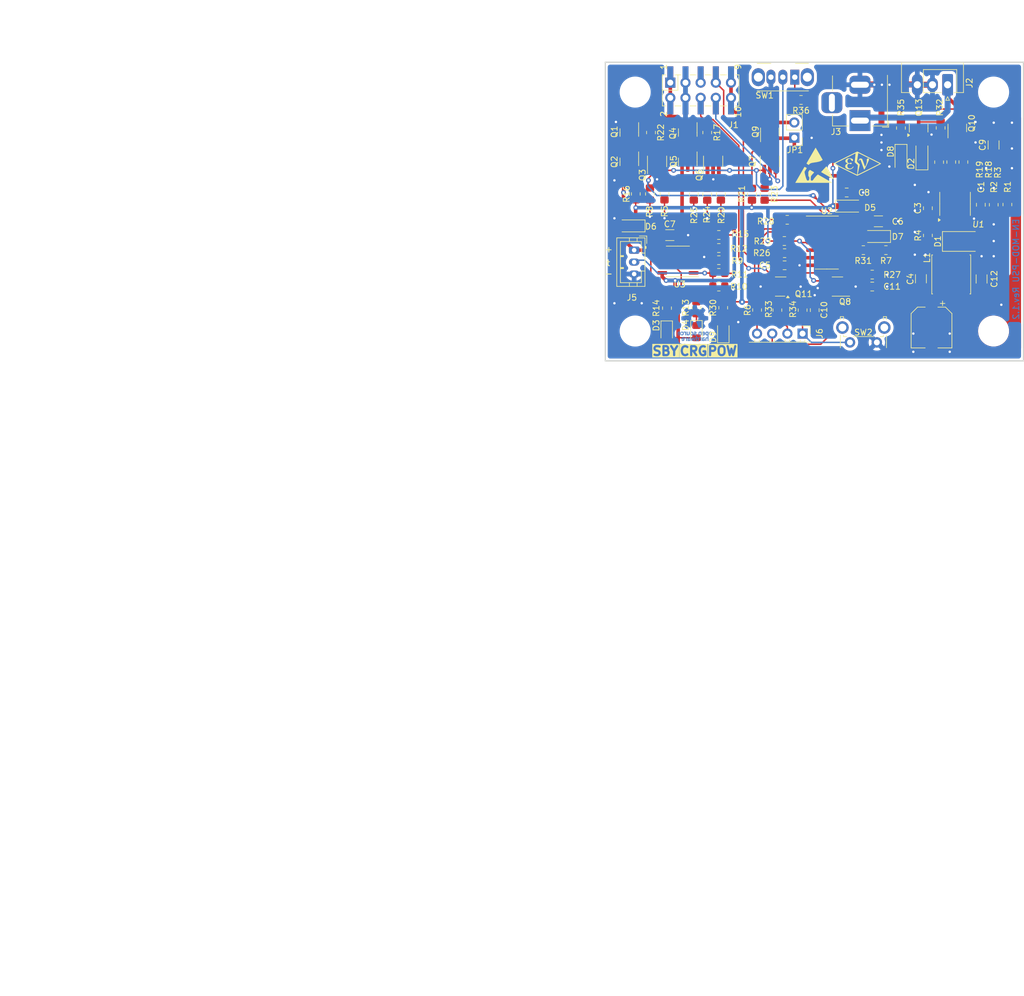
<source format=kicad_pcb>
(kicad_pcb (version 20240108) (generator "pcbnew") (generator_version "8.0")
  (title_block (title "Fabrication File") (date "2024-02-27") (rev "1.0"))
  (layers (0 "F.Cu" signal) (31 "B.Cu" signal) (34 "B.Paste" user) (35 "F.Paste" user) (36 "B.SilkS" user "B.Silkscreen") (37 "F.SilkS" user "F.Silkscreen") (38 "B.Mask" user) (39 "F.Mask" user) (44 "Edge.Cuts" user))
  (net 0 "")
  (net 1 "Net-(D7-K)")
  (net 2 "/LEDC")
  (net 3 "/VPOW")
  (net 4 "GND")
  (net 5 "/comp")
  (net 6 "Net-(U1-DRV)")
  (net 7 "Net-(U1-CAP)")
  (net 8 "Net-(C3-Pad1)")
  (net 9 "Net-(D1-K)")
  (net 10 "Net-(Q4-G)")
  (net 11 "/5Vout")
  (net 12 "Net-(Q4-D)")
  (net 13 "/$PDOWN")
  (net 14 "Net-(D2-A)")
  (net 15 "Net-(D7-A)")
  (net 16 "Net-(Q1-G)")
  (net 17 "Net-(D3-K)")
  (net 18 "Net-(D4-K)")
  (net 19 "/T_BATT")
  (net 20 "Net-(U3-PROG)")
  (net 21 "/V_BATT")
  (net 22 "Net-(U3-CHRG)")
  (net 23 "Net-(U3-STDBY)")
  (net 24 "/INT0#")
  (net 25 "/VOUT")
  (net 26 "/$BUTTON")
  (net 27 "/DRIVE")
  (net 28 "Net-(Q1-D)")
  (net 29 "Net-(D9-A)")
  (net 30 "/5V#")
  (net 31 "/VLOGIC")
  (net 32 "/RESET")
  (net 33 "Net-(Q3A-S)")
  (net 34 "/VPOW_EN")
  (net 35 "Net-(Q3A-D)")
  (net 36 "/DRIVE#")
  (net 37 "/SET")
  (net 38 "Net-(R23-Pad2)")
  (net 39 "Net-(Q6A-G)")
  (net 40 "/N1")
  (net 41 "Net-(U3-VCC)")
  (net 42 "/VIN")
  (net 44 "Net-(Q6A-S)")
  (net 45 "Net-(Q6A-D)")
  (net 46 "Net-(Q7A-S)")
  (net 47 "Net-(Q7A-D)")
  (net 48 "/POWUP")
  (net 49 "Net-(J6-Pin_2)")
  (net 50 "Net-(J6-Pin_4)")
  (net 51 "Net-(Q13-C)")
  (net 52 "Net-(R12-Pad2)")
  (net 53 "/INT0#_2")
  (net 54 "/INT0#_1")
  (net 55 "/VINS")
  (net 56 "Net-(SW1-A)")
  (net 57 "Net-(D8-K)")
  (net 58 "Net-(Q8A-G)")
  (footprint "LED_SMD:LED_0805_2012Metric_Pad1.15x1.40mm_HandSolder" (layer "F.Cu") (at 141.05725 81.7 -90)
    (property "Reference" "D4")
    (property "Value" "LED_Filled" (hide yes))
  )
  (footprint "Resistor_SMD:R_0805_2012Metric_Pad1.20x1.40mm_HandSolder" (layer "F.Cu") (at 158.566 42.912)
    (property "Reference" "R36")
    (property "Value" "1k" (hide yes))
  )
  (footprint "Resistor_SMD:R_0805_2012Metric_Pad1.20x1.40mm_HandSolder" (layer "F.Cu") (at 145.148 58.684 90)
    (property "Reference" "R20")
    (property "Value" "10k" (hide yes))
  )
  (footprint "Capacitor_SMD:CP_Elec_6.3x7.7" (layer "F.Cu") (at 180.41 81.012 -90)
    (property "Reference" "C2" (hide yes))
    (property "Value" "470uF" (hide yes))
  )
  (footprint "Resistor_SMD:R_0805_2012Metric_Pad1.20x1.40mm_HandSolder" (layer "F.Cu") (at 175.288 47.616 -90)
    (property "Reference" "R35")
    (property "Value" "10k" (hide yes))
  )
  (footprint "Resistor_SMD:R_0805_2012Metric_Pad1.20x1.40mm_HandSolder" (layer "F.Cu") (at 155.772 66.534 180)
    (property "Reference" "R29")
    (property "Value" "10k" (hide yes))
  )
  (footprint "Resistor_SMD:R_0805_2012Metric_Pad1.20x1.40mm_HandSolder" (layer "F.Cu") (at 151.21 78.082 90)
    (property "Reference" "R6")
    (property "Value" "1k" (hide yes))
  )
  (footprint "Diode_SMD:D_SOD-123F" (layer "F.Cu") (at 130.242 63.994 180)
    (property "Reference" "D6")
    (property "Value" "600mV@200mA" (hide yes))
  )
  (footprint "Capacitor_SMD:C_0805_2012Metric_Pad1.18x1.45mm_HandSolder" (layer "F.Cu") (at 170.4825 74.154)
    (property "Reference" "C11")
    (property "Value" "10nF" (hide yes))
  )
  (footprint "Connector_PinHeader_2.54mm:PinHeader_1x04_P2.54mm_Horizontal" (layer "F.Cu") (at 158.82 82.028 -90)
    (property "Reference" "J6")
    (property "Value" "Conn_01x04" (hide yes))
  )
  (footprint "Resistor_SMD:R_0805_2012Metric_Pad1.20x1.40mm_HandSolder" (layer "F.Cu") (at 181.934 47.6 90)
    (property "Reference" "R32")
    (property "Value" "10k" (hide yes))
  )
  (footprint "Resistor_SMD:R_0805_2012Metric_Pad1.20x1.40mm_HandSolder" (layer "F.Cu") (at 168.996 68.058 180)
    (property "Reference" "R31")
    (property "Value" "1M" (hide yes))
  )
  (footprint "Resistor_SMD:R_0805_2012Metric_Pad1.20x1.40mm_HandSolder" (layer "F.Cu") (at 144.8 71.868 180)
    (property "Reference" "R11")
    (property "Value" "1k" (hide yes))
  )
  (footprint "Resistor_SMD:R_0805_2012Metric_Pad1.20x1.40mm_HandSolder" (layer "F.Cu") (at 154.606 78.098 -90)
    (property "Reference" "R33")
    (property "Value" "1k")
  )
  (footprint "Package_TO_SOT_SMD:SOT-23" (layer "F.Cu") (at 139.6 48.37 -90)
    (property "Reference" "Q4")
    (property "Value" "AO3401" (hide yes))
  )
  (footprint "Package_TO_SOT_SMD:SOT-23-6_Handsoldering" (layer "F.Cu") (at 143.85 53.2 90)
    (property "Reference" "Q6")
    (property "Value" "KY6802" (hide yes))
  )
  (footprint "Inductor_SMD:L_Changjiang_FNR6045S" (layer "F.Cu") (at 183.712 72.122 -90)
    (property "Reference" "L1")
    (property "Value" "100 uH" (hide yes))
  )
  (footprint "Resistor_SMD:R_0805_2012Metric_Pad1.20x1.40mm_HandSolder" (layer "F.Cu") (at 144.8 74.154)
    (property "Reference" "R10")
    (property "Value" "1k" (hide yes))
  )
  (footprint "Package_SO:SOP-8_3.9x4.9mm_P1.27mm" (layer "F.Cu") (at 137.95 69.95 180)
    (property "Reference" "U3")
    (property "Value" "TP4056" (hide yes))
  )
  (footprint "Diode_SMD:D_SOD-123F" (layer "F.Cu") (at 171.3415 65.772 180)
    (property "Reference" "D7")
    (property "Value" "600mV@200mA" (hide yes))
  )
  (footprint "Resistor_SMD:R_0805_2012Metric_Pad1.20x1.40mm_HandSolder" (layer "F.Cu") (at 133.448 48.37 -90)
    (property "Reference" "R22")
    (property "Value" "1k" (hide yes))
  )
  (footprint "Resistor_SMD:R_0805_2012Metric_Pad1.20x1.40mm_HandSolder" (layer "F.Cu") (at 144.8 65.518 180)
    (property "Reference" "R15")
    (property "Value" "0R1" (hide yes))
  )
  (footprint "Capacitor_SMD:C_0805_2012Metric_Pad1.18x1.45mm_HandSolder" (layer "F.Cu") (at 155.814 70.598)
    (property "Reference" "C5")
    (property "Value" "10nF" (hide yes))
  )
  (footprint "Resistor_SMD:R_0805_2012Metric_Pad1.20x1.40mm_HandSolder" (layer "F.Cu") (at 190.824 60.4595 -90)
    (property "Reference" "R2")
    (property "Value" "1k" (hide yes))
  )
  (footprint "Capacitor_SMD:C_0805_2012Metric_Pad1.18x1.45mm_HandSolder" (layer "F.Cu") (at 160.856 78.098 90)
    (property "Reference" "C10")
    (property "Value" "10nF" (hide yes))
  )
  (footprint "Capacitor_SMD:C_0805_2012Metric_Pad1.18x1.45mm_HandSolder" (layer "F.Cu") (at 166.2075 58.406)
    (property "Reference" "C8")
    (property "Value" "10nF" (hide yes))
  )
  (footprint "Connector_PinHeader_2.54mm:PinHeader_1x02_P2.54mm_Vertical" (layer "F.Cu") (at 157.442 49.225 180)
    (property "Reference" "JP1")
    (property "Value" "Jumper_2_Bridged" (hide yes))
  )
  (footprint "Capacitor_SMD:C_1206_3216Metric_Pad1.33x1.80mm_HandSolder" (layer "F.Cu") (at 190.8 50.45 90)
    (property "Reference" "C9")
    (property "Value" "10uF" (hide yes))
  )
  (footprint "Capacitor_SMD:C_1206_3216Metric_Pad1.33x1.80mm_HandSolder" (layer "F.Cu") (at 178.632 72.8455 90)
    (property "Reference" "C4")
    (property "Value" "10uF" (hide yes))
  )
  (footprint "LED_SMD:LED_0805_2012Metric_Pad1.15x1.40mm_HandSolder" (layer "F.Cu") (at 136.07375 81.765 -90)
    (property "Reference" "D3")
    (property "Value" "LED_Filled" (hide yes))
  )
  (footprint "Button_Switch_THT:SW_Tactile_SPST_Angled_PTS645Vx58-2LFS" (layer "F.Cu") (at 171.255 83.502 180)
    (property "Reference" "SW2")
    (property "Value" "TC-6615-7-260G" (hide yes))
  )
  (footprint "Package_TO_SOT_SMD:SOT-23" (layer "F.Cu") (at 129.822 48.37 -90)
    (property "Reference" "Q1")
    (property "Value" "AO3401" (hide yes))
  )
  (footprint "Diode_SMD:D_SOD-123" (layer "F.Cu") (at 178.8 52.25 90)
    (property "Reference" "D2")
    (property "Value" "10V 500mW" (hide yes))
  )
  (footprint "00EN_MECHANICAL:MountingHole_3.2mm_M3" (layer "F.Cu") (at 190.8 81.6)
    (property "Reference" "H3" (hide yes))
    (property "Value" "MountingHole M3" (hide yes))
  )
  (footprint "Diode_SMD:D_SMA" (layer "F.Cu") (at 185.744 66.6)
    (property "Reference" "D1")
    (property "Value" "550mV@5A" (hide yes))
  )
  (footprint "Resistor_SMD:R_0805_2012Metric_Pad1.20x1.40mm_HandSolder" (layer "F.Cu") (at 152.47 58.7 -90)
    (property "Reference" "R23")
    (property "Value" "1k" (hide yes))
  )
  (footprint "Resistor_SMD:R_0805_2012Metric_Pad1.20x1.40mm_HandSolder" (layer "F.Cu") (at 170.4825 72.154)
    (property "Reference" "R27")
    (property "Value" "10k" (hide yes))
  )
  (footprint "Resistor_SMD:R_0805_2012Metric_Pad1.20x1.40mm_HandSolder" (layer "F.Cu") (at 179.8 65.6 90)
    (property "Reference" "R4")
    (property "Value" "TBD" (hide yes))
  )
  (footprint "Resistor_SMD:R_0805_2012Metric_Pad1.20x1.40mm_HandSolder" (layer "F.Cu") (at 135.706 58.644 -90)
    (property "Reference" "R5")
    (property "Value" "100k" (hide yes))
  )
  (footprint "Button_Switch_THT:SW_Slide_SPDT_Angled_CK_OS102011MA1Q" (layer "F.Cu") (at 157.518 39.102 180)
    (property "Reference" "SW1")
    (property "Value" "SK12D07VG3" (hide yes))
  )
  (footprint "Fiducial:Fiducial_1mm_Mask2mm" (layer "F.Cu") (at 127.324 45.071)
    (property "Reference" "FID1" (hide yes))
    (property "Value" "Fiducial" (hide yes))
  )
  (footprint "Package_TO_SOT_SMD:SOT-23" (layer "F.Cu") (at 139.6 53.2745 -90)
    (property "Reference" "Q5")
    (property "Value" "AO3401" (hide yes))
  )
  (footprint "Package_TO_SOT_SMD:SOT-23-6_Handsoldering" (layer "F.Cu") (at 134.464 53.2 90)
    (property "Reference" "Q3")
    (property "Value" "KY6802" (hide yes))
  )
  (footprint "00EN_MECHANICAL:MountingHole_3.2mm_M3" (layer "F.Cu") (at 130.8 81.6)
    (property "Reference" "H2" (hide yes))
    (property "Value" "MountingHole M3" (hide yes))
  )
  (footprint "Package_TO_SOT_SMD:SOT-23" (layer "F.Cu") (at 129.822 53.2745 -90)
    (property "Reference" "Q2")
    (property "Value" "AO3401" (hide yes))
  )
  (footprint "Resistor_SMD:R_0805_2012Metric_Pad1.20x1.40mm_HandSolder" (layer "F.Cu") (at 130.904 58.644 -90)
    (property "Reference" "R16")
    (property "Value" "10k" (hide yes))
  )
  (footprint "Package_TO_SOT_SMD:SOT-23" (layer "F.Cu") (at 178.25 47.6465 90)
    (property "Reference" "Q13")
    (property "Value" "MMBT2222A" (hide yes))
  )
  (footprint "Package_TO_SOT_SMD:SOT-23-6_Handsoldering" (layer "F.Cu") (at 164.662 74.154 180)
    (property "Reference" "Q8")
    (property "Value" "KY6802" (hide yes))
  )
  (footprint "Resistor_SMD:R_0805_2012Metric_Pad1.20x1.40mm_HandSolder" (layer "F.Cu") (at 158.83 78.098 90)
    (property "Reference" "R34")
    (property "Value" "10k" (hide yes))
  )
  (footprint "Resistor_SMD:R_0805_2012Metric_Pad1.20x1.40mm_HandSolder" (layer "F.Cu") (at 142.862 58.7 -90)
    (property "Reference" "R24")
    (property "Value" "100k" (hide yes))
  )
  (footprint "Resistor_SMD:R_0805_2012Metric_Pad1.20x1.40mm_HandSolder" (layer "F.Cu") (at 181.68 53.326 -90)
    (property "Reference" "R19")
    (property "Value" "1R" (hide yes))
  )
  (footprint "Resistor_SMD:R_0805_2012Metric_Pad1.20x1.40mm_HandSolder" (layer "F.Cu") (at 156.254 62.978 180)
    (property "Reference" "R28")
    (property "Value" "10k" (hide yes))
  )
  (footprint "Resistor_SMD:R_0805_2012Metric_Pad1.20x1.40mm_HandSolder" (layer "F.Cu") (at 136.12575 77.765 90)
    (property "Reference" "R14")
    (property "Value" "1k" (hide yes))
  )
  (footprint "Capacitor_SMD:C_0805_2012Metric_Pad1.18x1.45mm_HandSolder" (layer "F.Cu") (at 179.8 61.036 90)
    (property "Reference" "C3")
    (property "Value" "470pF" (hide yes))
  )
  (footprint "LED_SMD:LED_0805_2012Metric_Pad1.15x1.40mm_HandSolder" (layer "F.Cu") (at 145.55525 81.7 90)
    (property "Reference" "D9")
    (property "Value" "LED_Filled" (hide yes))
  )
  (footprint "Resistor_SMD:R_0805_2012Metric_Pad1.20x1.40mm_HandSolder" (layer "F.Cu") (at 133.272 58.652 -90)
    (property "Reference" "R8")
    (property "Value" "100k" (hide yes))
  )
  (footprint "Package_TO_SOT_SMD:SOT-23" (layer "F.Cu") (at 184.728 47.6 90)
    (property "Reference" "Q10")
    (property "Value" "AO3401" (hide yes))
  )
  (footprint "00EN_Connector:PinSocket_2x05_P2.54mm_V_THT_SMD" (layer "F.Cu") (at 147.34 45.328 90)
    (property "Reference" "J1")
    (property "Value" "2x5P 2.54mm" (hide yes))
  )
  (footprint "Resistor_SMD:R_0805_2012Metric_Pad1.20x1.40mm_HandSolder" (layer "F.Cu") (at 144.8 69.738 180)
    (property "Reference" "R9")
    (property "Value" "1k" (hide yes))
  )
  (footprint "Resistor_SMD:R_0805_2012Metric_Pad1.20x1.40mm_HandSolder" (layer "F.Cu") (at 172.774 68.058)
    (property "Reference" "R7")
    (property "Value" "10k" (hide yes))
  )
  (footprint "Connector_BarrelJack:BarrelJack_Horizontal" (layer "F.Cu") (at 168.43 46.372 -90)
    (property "Reference" "J3")
    (property "Value" "Barrel_Jack_Switch" (hide yes))
  )
  (footprint "00EN_MECHANICAL:MountingHole_3.2mm_M3" (layer "F.Cu") (at 190.8 41.6)
    (property "Reference" "H4" (hide yes))
    (property "Value" "MountingHole M3" (hide yes))
  )
  (footprint "Capacitor_SMD:C_0805_2012Metric_Pad1.18x1.45mm_HandSolder" (layer "F.Cu") (at 188.665 60.4595 90)
    (property "Reference" "C1")
    (property "Value" "470pF" (hide yes))
  )
  (footprint "Resistor_SMD:R_0805_2012Metric_Pad1.20x1.40mm_HandSolder" (layer "F.Cu") (at 140.616 58.684 -90)
    (property "Reference" "R25")
    (property "Value" "10k" (hide yes))
  )
  (footprint "Resistor_SMD:R_0805_2012Metric_Pad1.20x1.40mm_HandSolder" (layer "F.Cu") (at 155.814 68.566 180)
    (property "Reference" "R26")
    (property "Value" "100R" (hide yes))
  )
  (footprint "Package_TO_SOT_SMD:SOT-23" (layer "F.Cu") (at 153.35 48.246 90)
    (property "Reference" "Q9")
    (property "Value" "AO3401" (hide yes))
  )
  (footprint "Capacitor_SMD:C_1206_3216Metric_Pad1.33x1.80mm_HandSolder" (layer "F.Cu") (at 171.52 63.232)
    (property "Reference" "C6")
    (property "Value" "10uF" (hide yes))
  )
  (footprint "Resistor_SMD:R_0805_2012Metric_Pad1.20x1.40mm_HandSolder" (layer "F.Cu") (at 144.8 67.706)
    (property "Reference" "R12")
    (property "Value" "1k" (hide yes))
  )
  (footprint "Resistor_SMD:R_0805_2012Metric_Pad1.20x1.40mm_HandSolder" (layer "F.Cu") (at 141.05725 77.7 90)
    (property "Reference" "R13")
    (property "Value" "1k" (hide yes))
  )
  (footprint "Fiducial:Fiducial_1mm_Mask2mm" (layer "F.Cu") (at 194.1 84.95)
    (property "Reference" "FID2" (hide yes))
    (property "Value" "Fiducial" (hide yes))
  )
  (footprint "Resistor_SMD:R_0805_2012Metric_Pad1.20x1.40mm_HandSolder" (layer "F.Cu") (at 145.54125 77.7 -90)
    (property "Reference" "R30")
    (property "Value" "1k" (hide yes))
  )
  (footprint "Package_SO:SOIC-8_3.9x4.9mm_P1.27mm" (layer "F.Cu") (at 184.347 60.308 90)
    (property "Reference" "U1")
    (property "Value" "AZ34063UMTR-G1" (hide yes))
  )
  (footprint "00EN_Connector:PhoenixContact_MC_1,5_2-G-5.08_1x02_P5.08mm_Horizontal" (layer "F.Cu") (at 183.107 40.372 180)
    (property "Reference" "J2")
    (property "Value" "Conn_01x02" (hide yes))
  )
  (footprint "Capacitor_SMD:C_1206_3216Metric_Pad1.33x1.80mm_HandSolder" (layer "F.Cu") (at 136.595 65.547)
    (property "Reference" "C7")
    (property "Value" "10uF" (hide yes))
  )
  (footprint "Diode_SMD:D_SOD-123F" (layer "F.Cu") (at 166.57 60.692)
    (property "Reference" "D5")
    (property "Value" "600mV@200mA" (hide yes))
  )
  (footprint "Package_TO_SOT_SMD:SOT-23-6_Handsoldering" (layer "F.Cu") (at 155.158 74.154 180)
    (property "Reference" "Q11")
    (property "Value" "KY6802" (hide yes))
  )
  (footprint "Symbol:ESD-Logo_6.6x6mm_SilkScreen" (layer "F.Cu") (at 160.852 53.834)
    (property "Reference" "SYM1" (hide yes))
    (property "Value" "ESD SYMBOL" (hide yes))
  )
  (footprint "Diode_SMD:D_SOD-123F" (layer "F.Cu") (at 175.3 52.564 -90)
    (property "Reference" "D8")
    (property "Value" "600mV@200mA" (hide yes))
  )
  (footprint "Fiducial:Fiducial_1mm_Mask2mm" (layer "F.Cu") (at 187.522 38.086)
    (property "Reference" "FID3" (hide yes))
    (property "Value" "Fiducial" (hide yes))
  )
  (footprint "Resistor_SMD:R_0805_2012Metric_Pad1.20x1.40mm_HandSolder" (layer "F.Cu") (at 150.35 58.7 -90)
    (property "Reference" "R21")
    (property "Value" "10k" (hide yes))
  )
  (footprint "Resistor_SMD:R_0805_2012Metric_Pad1.20x1.40mm_HandSolder" (layer "F.Cu") (at 193.11 60.422 90)
    (property "Reference" "R1")
    (property "Value" "3k" (hide yes))
  )
  (footprint "Package_SO:SOIC-14_3.9x8.7mm_P1.27mm" (layer "F.Cu") (at 162.884 66.788)
    (property "Reference" "U2")
    (property "Value" "74HC132D,653" (hide yes))
  )
  (footprint "Resistor_SMD:R_0805_2012Metric_Pad1.20x1.40mm_HandSolder" (layer "F.Cu") (at 142.862 48.37 -90)
    (property "Reference" "R17")
    (property "Value" "1k" (hide yes))
  )
  (footprint "00EN_MECHANICAL:MountingHole_3.2mm_M3" (layer "F.Cu") (at 130.8 41.6)
    (property "Reference" "H1" (hide yes))
    (property "Value" "MountingHole M3" (hide yes))
  )
  (footprint "Resistor_SMD:R_0805_2012Metric_Pad1.20x1.40mm_HandSolder" (layer "F.Cu") (at 183.712 53.31 -90)
    (property "Reference" "R18")
    (property "Value" "1R" (hide yes))
  )
  (footprint "KICAD_PAGE_LAYOUT_ELETTRONIKE:EN_LOGO_8x4_black" (layer "F.Cu") (at 167.964 53.58)
    (property "Reference" "G***" (hide yes))
    (property "Value" "LOGO" (hide yes))
  )
  (footprint "Connector_JST:JST_PH_B3B-PH-K_1x03_P2.00mm_Vertical" (layer "F.Cu") (at 130.626 68.058 -90)
    (property "Reference" "J5")
    (property "Value" "1x3P 2mm" (hide yes))
  )
  (footprint "Capacitor_SMD:C_1206_3216Metric_Pad1.33x1.80mm_HandSolder" (layer "F.Cu") (at 188.792 72.884 90)
    (property "Reference" "C12")
    (property "Value" "10uF" (hide yes))
  )
  (footprint "Package_TO_SOT_SMD:SOT-23-6_Handsoldering" (layer "F.Cu") (at 153.35 53.2 90)
    (property "Reference" "Q7")
    (property "Value" "KY6802" (hide yes))
  )
  (footprint "Resistor_SMD:R_0805_2012Metric_Pad1.20x1.40mm_HandSolder" (layer "F.Cu") (at 185.744 53.31 -90)
    (property "Reference" "R3")
    (property "Value" "1R" (hide yes))
  )
  (footprint "Symbol:OSHW-Logo_5.7x6mm_Copper" (layer "B.Cu") (at 140.786 80.25 180)
    (property "Reference" "SYM2" (hide yes))
    (property "Value" "IT000020" (hide yes))
  )
  (gr_line (start 195.8 36.6) (end 195.8 86.6) (stroke (width 0.2)) (layer "Edge.Cuts"))
  (gr_line (start 195.8 86.6) (end 125.8 86.6) (stroke (width 0.2)) (layer "Edge.Cuts"))
  (gr_line (start 125.8 36.6) (end 125.8 86.6) (stroke (width 0.2)) (layer "Edge.Cuts"))
  (gr_line (start 125.8 36.6) (end 195.8 36.6) (stroke (width 0.2)) (layer "Edge.Cuts"))
  (gr_text "EN-MOD-PSU Rev.1.2" (at 195.142 62.724 90) (layer "B.Cu") (effects (font (size 1 1) (thickness 0.16) (bold yes)) (justify left bottom mirror)))
  (gr_text "+" (at 125.673 68.505 0) (layer "F.SilkS") (effects (font (size 1 1) (thickness 0.153) (bold yes)) (justify left bottom)))
  (gr_text "t" (at 125.927 70.791 0) (layer "F.SilkS") (effects (font (size 1 1) (thickness 0.153) (bold yes)) (justify left bottom)))
  (gr_text "POW" (at 142.655451 85.838 0) (layer "F.SilkS" knockout) (effects (font (size 1.5 1.5) (thickness 0.5) (bold yes)) (justify left bottom)))
  (gr_text "CRG" (at 138.069683 85.838 0) (layer "F.SilkS" knockout) (effects (font (size 1.5 1.5) (thickness 0.375) (bold yes)) (justify left bottom)))
  (gr_text "SBY" (at 133.42 85.838 0) (layer "F.SilkS" knockout) (effects (font (size 1.5 1.5) (thickness 0.5) (bold yes)) (justify left bottom)))
  (gr_text "-" (at 125.673 72.569 0) (layer "F.SilkS") (effects (font (size 1 1) (thickness 0.153) (bold yes)) (justify left bottom)))
  (segment (start 173.79 68.058) (end 173.79 66.772) (width 0.25) (layer "F.Cu") (net 1))
  (segment (start 173.79 66.772) (end 172.79 65.772) (width 0.25) (layer "F.Cu") (net 1))
  (segment (start 163.312 75.104) (end 163.138 75.278) (width 0.25) (layer "F.Cu") (net 2))
  (segment (start 147.40725 82.725) (end 145.55525 82.725) (width 0.25) (layer "F.Cu") (net 2))
  (segment (start 163.138 75.278) (end 163.138 82.536) (width 0.25) (layer "F.Cu") (net 2))
  (segment (start 163.138 82.536) (end 161.868 83.806) (width 0.25) (layer "F.Cu") (net 2))
  (segment (start 161.868 83.806) (end 148.48825 83.806) (width 0.25) (layer "F.Cu") (net 2))
  (segment (start 148.48825 83.806) (end 147.40725 82.725) (width 0.25) (layer "F.Cu") (net 2))
  (segment (start 153.74 83.806) (end 153.74 81.908) (width 0.25) (layer "F.Cu") (net 2))
  (segment (start 152.85 44.95) (end 153.35 45.45) (width 0.6) (layer "F.Cu") (net 3))
  (segment (start 146.84 42.56) (end 146.84 44.207) (width 0.6) (layer "F.Cu") (net 3))
  (segment (start 153.35 45.45) (end 153.35 47.4485) (width 0.6) (layer "F.Cu") (net 3))
  (segment (start 146.84 40.02) (end 146.84 42.56) (width 0.6) (layer "F.Cu") (net 3))
  (segment (start 157.442 46.685) (end 153.567 46.685) (width 0.6) (layer "F.Cu") (net 3))
  (segment (start 147.583 44.95) (end 152.85 44.95) (width 0.6) (layer "F.Cu") (net 3))
  (segment (start 153.567 46.685) (end 153.35 46.468) (width 0.6) (layer "F.Cu") (net 3))
  (segment (start 146.84 43.69) (end 146.84 44.207) (width 0.6) (layer "F.Cu") (net 3))
  (segment (start 146.84 44.207) (end 147.583 44.95) (width 0.6) (layer "F.Cu") (net 3))
  (segment (start 180.41 48.714) (end 179.313 48.714) (width 0.25) (layer "F.Cu") (net 4))
  (segment (start 140.575 69.315) (end 142.235 69.315) (width 0.25) (layer "F.Cu") (net 4))
  (segment (start 146.062 74.154) (end 146.692 74.154) (width 0.25) (layer "F.Cu") (net 4))
  (segment (start 179.313 48.714) (end 179.074 48.475) (width 0.25) (layer "F.Cu") (net 4))
  (segment (start 160.8185 77.098) (end 160.856 77.0605) (width 0.25) (layer "F.Cu") (net 4))
  (segment (start 142.862 62.688) (end 142.85 62.7) (width 0.25) (layer "F.Cu") (net 4))
  (segment (start 167.17 40.01) (end 167.17 40.02) (width 0.25) (layer "F.Cu") (net 4))
  (segment (start 143.85 56.172) (end 143.878 56.2) (width 0.25) (layer "F.Cu") (net 4))
  (segment (start 153.335822 54.858178) (end 153.378 54.816) (width 0.25) (layer "F.Cu") (net 4))
  (segment (start 160.856 75.598) (end 160.856 77.0605) (width 0.25) (layer "F.Cu") (net 4))
  (segment (start 146.692 74.154) (end 147.2 74.662) (width 0.25) (layer "F.Cu") (net 4))
  (segment (start 171.778 50.012) (end 172.028 49.762) (width 0.25) (layer "F.Cu") (net 4))
  (segment (start 179.902 58.34) (end 179.8 58.442) (width 0.25) (layer "F.Cu") (net 4))
  (segment (start 138.1575 65.547) (end 139.661464 65.547) (width 0.25) (layer "F.Cu") (net 4))
  (segment (start 134.464 54.55) (end 134.464 56.2) (width 0.25) (layer "F.Cu") (net 4))
  (segment (start 179.8 58.442) (end 179.8 59.9985) (width 0.25) (layer "F.Cu") (net 4))
  (segment (start 151.8 74.154) (end 153.808 74.154) (width 0.25) (layer "F.Cu") (net 4))
  (segment (start 172.1 40.274) (end 172.028 40.346) (width 1) (layer "F.Cu") (net 4))
  (segment (start 158.489015 74.154) (end 158.500982 74.165967) (width 0.25) (layer "F.Cu") (net 4))
  (segment (start 161.36 74.408) (end 161.614 74.154) (width 0.25) (layer "F.Cu") (net 4))
  (segment (start 187.776 62.783) (end 186.252 62.783) (width 0.25) (layer "F.Cu") (net 4))
  (segment (start 178.027 41.1745) (end 178.027 40.6665) (width 1) (layer "F.Cu") (net 4))
  (segment (start 172.028 51.302) (end 172.028 49.762) (width 1) (layer "F.Cu") (net 4))
  (segment (start 171.52 74.154) (end 171.52 72.1915) (width 0.25) (layer "F.Cu") (net 4))
  (segment (start 168.888 40.322) (end 177.977 40.322) (width 1) (layer "F.Cu") (net 4))
  (segment (start 173.012 72.154) (end 171.4825 72.154) (width 0.25) (layer "F.Cu") (net 4))
  (segment (start 170.83 40.372) (end 173.37 40.372) (width 1) (layer "F.Cu") (net 4))
  (segment (start 172.067 40.339) (end 172.1 40.372) (width 0.25) (layer "F.Cu") (net 4))
  (segment (start 190.824 66.534) (end 190.758 66.6) (width 0.25) (layer "F.Cu") (net 4))
  (segment (start 160.409 70.598) (end 158.312 70.598) (width 0.25) (layer "F.Cu") (net 4))
  (segment (start 135.706 59.684) (end 135.706 62.7) (width 0.25) (layer "F.Cu") (net 4))
  (segment (start 171.52 72.1915) (end 171.4825 72.154) (width 0.25) (layer "F.Cu") (net 4))
  (segment (start 143.85 54.55) (end 143.85 56.172) (width 0.25) (layer "F.Cu") (net 4))
  (segment (start 161.614 74.154) (end 163.392 74.154) (width 0.25) (layer "F.Cu") (net 4))
  (segment (start 166.092 74.154) (end 167.71 74.154) (width 0.25) (layer "F.Cu") (net 4))
  (segment (start 172.028 49.762) (end 172.028 48.762) (width 1) (layer "F.Cu") (net 4))
  (segment (start 133.272 62.47) (end 133.272 59.836) (width 0.25) (layer "F.Cu") (net 4))
  (segment (start 168.43 39.864) (end 168.888 40.322) (width 1) (layer "F.Cu") (net 4))
  (segment (start 180.567 40.372) (end 178.027 40.372) (width 1) (layer "F.Cu") (net 4))
  (segment (start 171.52 74.154) (end 172.9825 74.154) (width 0.25) (layer "F.Cu") (net 4))
  (segment (start 153.335822 56.2) (end 153.335822 54.858178) (width 0.25) (layer "F.Cu") (net 4))
  (segment (start 167.245 58.406) (end 168.98 58.406) (width 0.25) (layer "F.Cu") (net 4))
  (segment (start 142.235 69.315) (end 142.35 69.2) (width 0.25) (layer "F.Cu") (net 4))
  (segment (start 142.568 69.2) (end 144.062 67.706) (width 0.25) (layer "F.Cu") (net 4))
  (segment (start 173.35 54.064) (end 175.176 54.064) (width 0.25) (layer "F.Cu") (net 4))
  (segment (start 172.028 40.346) (end 172.028 48.878) (width 1) (layer "F.Cu") (net 4))
  (segment (start 178.027 40.372) (end 178.027 41.1745) (width 1) (layer "F.Cu") (net 4))
  (segment (start 158.83 77.098) (end 160.8185 77.098) (width 0.25) (layer "F.Cu") (net 4))
  (segment (start 157.1055 70.598) (end 158.312 70.598) (width 0.25) (layer "F.Cu") (net 4))
  (segment (start 171.995 50.065) (end 172.028 50.032) (width 0.25) (layer "F.Cu") (net 4))
  (segment (start 133.272 59.836) (end 133.456 59.652) (width 0.25) (layer "F.Cu") (net 4))
  (segment (start 174.822 63.232) (end 173.0825 63.232) (width 0.25) (layer "F.Cu") (net 4))
  (segment (start 177.977 40.322) (end 178.027 40.372) (width 1) (layer "F.Cu") (net 4))
  (segment (start 156.508 74.154) (end 158.489015 74.154) (width 0.25) (layer "F.Cu") (net 4))
  (segment (start 188.665 59.422) (end 188.665 57.6655) (width 0.25) (layer "F.Cu") (net 4))
  (segment (start 142.35 69.2) (end 142.568 69.2) (width 0.25) (layer "F.Cu") (net 4))
  (segment (start 142.862 59.7) (end 142.862 62.688) (width 0.25) (layer "F.Cu") (net 4))
  (via (at 190.824 69.074) (size 0.8) (drill 0.4) (layers "F.Cu" "B.Cu") (net 4))
  (via (at 168.98 58.406) (size 0.8) (drill 0.4) (layers "F.Cu" "B.Cu") (net 4))
  (via (at 139.661464 65.547) (size 0.8) (drill 0.4) (layers "F.Cu" "B.Cu") (net 4))
  (via (at 161.36 74.408) (size 0.8) (drill 0.4) (layers "F.Cu" "B.Cu") (net 4))
  (via (at 172.028 51.302) (size 0.8) (drill 0.4) (layers "F.Cu" "B.Cu") (net 4))
  (via (at 127.578 46.595) (size 0.8) (drill 0.4) (layers "F.Cu" "B.Cu") (net 4))
  (via (at 170.83 40.372) (size 0.8) (drill 0.4) (layers "F.Cu" "B.Cu") (net 4))
  (via (at 193.872 54.342) (size 0.8) (drill 0.4) (layers "F.Cu" "B.Cu") (net 4))
  (via (at 193.872 51.04) (size 0.8) (drill 0.4) (layers "F.Cu" "B.Cu") (net 4))
  (via (at 158.500982 74.165967) (size 0.8) (drill 0.4) (layers "F.Cu" "B.Cu") (net 4))
  (via (at 179.902 58.34) (size 0.8) (drill 0.4) (layers "F.Cu" "B.Cu") (net 4))
  (via (at 177.616 61.454) (size 0.8) (drill 0.4) (layers "F.Cu" "B.Cu") (net 4))
  (via (at 192.094 77.202) (size 0.8) (drill 0.4) (layers "F.Cu" "B.Cu") (net 4))
  (via (at 167.71 74.154) (size 0.8) (drill 0.4) (layers "F.Cu" "B.Cu") (net 4))
  (via (at 188.665 57.6655) (size 0.8) (drill 0.4) (layers "F.Cu" "B.Cu") (net 4))
  (via (at 143.878 56.2) (size 0.8) (drill 0.4) (layers "F.Cu" "B.Cu") (net 4))
  (via (at 187.776 46.6) (size 0.8) (drill 0.4) (layers "F.Cu" "B.Cu") (net 4))
  (via (at 177.362 85.076) (size 0.8) (drill 0.4) (layers "F.Cu" "B.Cu") (net 4))
  (via (at 183.458 85.076) (size 0.8) (drill 0.4) (layers "F.Cu" "B.Cu") (net 4))
  (via (at 133.272 62.47) (size 0.8) (drill 0.4) (layers "F.Cu" "B.Cu") (net 4))
  (via (at 187.522 62.783) (size 0.8) (drill 0.4) (layers "F.Cu" "B.Cu") (net 4))
  (via (at 127.324 62.724) (size 0.8) (drill 0.4) (layers "F.Cu" "B.Cu") (net 4))
  (via (at 188.792 69.074) (size 0.8) (drill 0.4) (layers "F.Cu" "B.Cu") (net 4))
  (via (at 173.37 40.372) (size 0.8) (drill 0.4) (layers "F.Cu" "B.Cu") (net 4))
  (via (at 147.2 74.662) (size 0.8) (drill 0.4) (layers "F.Cu" "B.Cu") (net 4))
  (via (at 148.05525 80.1) (size 0.8) (drill 0.4) (layers "F.Cu" "B.Cu") (net 4))
  (via (at 177.616 68.82) (size 0.8) (drill 0.4) (layers "F.Cu" "B.Cu") (net 4))
  (via (at 135.706 62.7) (size 0.8) (drill 0.4) (layers "F.Cu" "B.Cu") (net 4))
  (via (at 193.872 46.722) (size 0.8) (drill 0.4) (layers "F.Cu" "B.Cu") (net 4))
  (via (at 173.35 54.064) (size 0.8) (drill 0.4) (layers "F.Cu" "B.Cu") (net 4))
  (via (at 142.85 62.7) (size 0.8) (drill 0.4) (layers "F.Cu" "B.Cu") (net 4))
  (via (at 172.028 48.762) (size 0.8) (drill 0.4) (layers "F.Cu" "B.Cu") (net 4))
  (via (at 190.824 57.644) (size 0.8) (drill 0.4) (layers "F.Cu" "B.Cu") (net 4))
  (via (at 172.1 40.372) (size 0.8) (drill 0.4) (layers "F.Cu" "B.Cu") (net 4))
  (via (at 177.616 65.01) (size 0.8) (drill 0.4) (layers "F.Cu" "B.Cu") (net 4))
  (via (at 158.312 70.598) (size 0.8) (drill 0.4) (layers "F.Cu" "B.Cu") (net 4))
  (via (at 142.35 69.2) (size 0.8) (drill 0.4) (layers "F.Cu" "B.Cu") (net 4))
  (via (at 177.616 57.136) (size 0.8) (drill 0.4) (layers "F.Cu" "B.Cu") (net 4))
  (via (at 153.335822 56.2) (size 0.8) (drill 0.4) (layers "F.Cu" "B.Cu") (net 4))
  (via (at 177.362 82.028) (size 0.8) (drill 0.4) (layers "F.Cu" "B.Cu") (net 4))
  (via (at 160.344 49.262) (size 0.8) (drill 0.4) (layers "F.Cu" "B.Cu") (net 4))
  (via (at 190.824 46.722) (size 0.8) (drill 0.4) (layers "F.Cu" "B.Cu") (net 4))
  (via (at 160.856 75.598) (size 0.8) (drill 0.4) (layers "F.Cu" "B.Cu") (net 4))
  (via (at 151.8 74.154) (size 0.8) (drill 0.4) (layers "F.Cu" "B.Cu") (net 4))
  (via (at 127.324 56.374) (size 0.8) (drill 0.4) (layers "F.Cu" "B.Cu") (net 4))
  (via (at 172.028 50.032) (size 0.8) (drill 0.4) (layers "F.Cu" "B.Cu") (net 4))
  (via (at 134.464 56.2) (size 0.8) (drill 0.4) (layers "F.Cu" "B.Cu") (net 4))
  (via (at 179.394 68.82) (size 0.8) (drill 0.4) (layers "F.Cu" "B.Cu") (net 4))
  (via (at 173.012 72.154) (size 0.8) (drill 0.4) (layers "F.Cu" "B.Cu") (net 4))
  (via (at 189.554 54.31) (size 0.8) (drill 0.4) (layers "F.Cu" "B.Cu") (net 4))
  (via (at 180.41 48.714) (size 0.8) (drill 0.4) (layers "F.Cu" "B.Cu") (net 4))
  (via (at 127.324 76.948) (size 0.8) (drill 0.4) (layers "F.Cu" "B.Cu") (net 4))
  (via (at 183.458 82.028) (size 0.8) (drill 0.4) (layers "F.Cu" "B.Cu") (net 4))
  (via (at 174.822 63.232) (size 0.8) (drill 0.4) (layers "F.Cu" "B.Cu") (net 4))
  (via (at 187.776 50.024) (size 0.8) (drill 0.4) (layers "F.Cu" "B.Cu") (net 4))
  (via (at 190.824 63.74) (size 0.8) (drill 0.4) (layers "F.Cu" "B.Cu") (net 4))
  (via (at 172.9825 74.154) (size 0.8) (drill 0.4) (layers "F.Cu" "B.Cu") (net 4))
  (via (at 190.824 66.534) (size 0.8) (drill 0.4) (layers "F.Cu" "B.Cu") (net 4))
  (via (at 131.896 76.948) (size 0.8) (drill 0.4) (layers "F.Cu" "B.Cu") (net 4))
  (segment (start 190.993 59.4595) (end 193.025 59.4595) (width 0.25) (layer "F.Cu") (net 5))
  (segment (start 186.972 56.244) (end 186.337 56.879) (width 0.25) (layer "F.Cu") (net 5))
  (segment (start 193.11 59.422) (end 193.11 56.882) (width 0.25) (layer "F.Cu") (net 5))
  (segment (start 193.11 56.882) (end 192.472 56.244) (width 0.25) (layer "F.Cu") (net 5))
  (segment (start 186.252 56.879) (end 186.252 57.833) (width 0.25) (layer "F.Cu") (net 5))
  (segment (start 192.472 56.244) (end 186.972 56.244) (width 0.25) (layer "F.Cu") (net 5))
  (segment (start 185.744 54.596) (end 184.83 55.51) (width 0.25) (layer "F.Cu") (net 6))
  (segment (start 183.712 55.592) (end 183.712 57.748) (width 0.25) (layer "F.Cu") (net 6))
  (segment (start 184.83 55.51) (end 183.712 55.51) (width 0.25) (layer "F.Cu") (net 6))
  (segment (start 183.712 55.51) (end 182.442 55.51) (width 0.25) (layer "F.Cu") (net 6))
  (segment (start 185.744 54.31) (end 185.744 54.596) (width 0.25) (layer "F.Cu") (net 6))
  (segment (start 182.442 55.51) (end 182.442 57.748) (width 0.25) (layer "F.Cu") (net 6))
  (segment (start 182.442 57.833) (end 182.442 62.783) (width 0.5) (layer "F.Cu") (net 6))
  (segment (start 182.442 55.51) (end 181.68 54.748) (width 0.25) (layer "F.Cu") (net 6))
  (segment (start 183.712 54.31) (end 183.712 55.51) (width 0.25) (layer "F.Cu") (net 6))
  (segment (start 181.68 54.748) (end 181.68 54.326) (width 0.25) (layer "F.Cu") (net 6))
  (segment (start 184.982 62.783) (end 184.982 63.991) (width 0.25) (layer "F.Cu") (net 7))
  (segment (start 188.75 63.991) (end 188.75 61.8535) (width 0.25) (layer "F.Cu") (net 7))
  (segment (start 188.919 61.751) (end 188.665 61.497) (width 0.25) (layer "F.Cu") (net 7))
  (segment (start 185.702 64.626) (end 188.115 64.626) (width 0.25) (layer "F.Cu") (net 7))
  (segment (start 185.067 63.991) (end 185.702 64.626) (width 0.25) (layer "F.Cu") (net 7))
  (segment (start 188.115 64.626) (end 188.75 63.991) (width 0.25) (layer "F.Cu") (net 7))
  (segment (start 179.8 64.1) (end 179.8 62.0735) (width 0.25) (layer "F.Cu") (net 8))
  (segment (start 183.8 68.312) (end 183.8 69.452) (width 0.25) (layer "F.Cu") (net 9))
  (segment (start 183.8 66.6) (end 179.8 66.6) (width 0.25) (layer "F.Cu") (net 9))
  (segment (start 183.8 69.452) (end 184.22 69.872) (width 0.25) (layer "F.Cu") (net 9))
  (segment (start 183.712 62.783) (end 183.712 66.6) (width 0.25) (layer "F.Cu") (net 9))
  (segment (start 183.8 66.6) (end 183.8 68.35) (width 0.25) (layer "F.Cu") (net 9))
  (segment (start 183.621 62.555) (end 183.712 62.464) (width 0.25) (layer "F.Cu") (net 9))
  (segment (start 142.7995 47.4325) (end 142.862 47.37) (width 0.25) (layer "F.Cu") (net 10))
  (segment (start 140.55 52.337) (end 140.55 47.4325) (width 0.25) (layer "F.Cu") (net 10))
  (segment (start 140.55 57.618) (end 140.616 57.684) (width 0.25) (layer "F.Cu") (net 10))
  (segment (start 140.55 52.337) (end 140.55 57.618) (width 0.25) (layer "F.Cu") (net 10))
  (segment (start 140.55 47.4325) (end 142.7995 47.4325) (width 0.25) (layer "F.Cu") (net 10))
  (segment (start 145.148 59.684) (end 145.148 64.038) (width 0.25) (layer "F.Cu") (net 11))
  (segment (start 147.39 65.518) (end 147.39 64.756) (width 0.6) (layer "F.Cu") (net 11))
  (segment (start 138.65 63.128) (end 139.77 64.248) (width 0.6) (layer "F.Cu") (net 11))
  (segment (start 165.359 64.248) (end 167.456 64.248) (width 0.25) (layer "F.Cu") (net 11))
  (segment (start 184.22 74.372) (end 179.176 74.372) (width 0.25) (layer "F.Cu") (net 11))
  (segment (start 139.262 85.33) (end 173.806 85.33) (width 0.6) (layer "F.Cu") (net 11))
  (segment (start 138.65 52.337) (end 138.65 63.128) (width 0.6) (layer "F.Cu") (net 11))
  (segment (start 147.39 65.518) (end 147.39 71.66) (width 0.25) (layer "F.Cu") (net 11))
  (segment (start 175.838 76.948) (end 175.838 62.216) (width 0.6) (layer "F.Cu") (net 11))
  (segment (start 147.39 71.66) (end 147.1 71.95) (width 0.25) (layer "F.Cu") (net 11))
  (segment (start 135.985 73.138) (end 135.96 73.138) (width 0.6) (layer "F.Cu") (net 11))
  (segment (start 175.838 62.216) (end 174.314 60.692) (width 0.6) (layer "F.Cu") (net 11))
  (segment (start 135.325 72.503) (end 135.325 71.855) (width 0.6) (layer "F.Cu") (net 11))
  (segment (start 167.456 64.248) (end 167.456 62.724) (width 0.25) (layer "F.Cu") (net 11))
  (segment (start 188.792 76.44) (end 188.792 74.87275) (width 0.25) (layer "F.Cu") (net 11))
  (segment (start 184.22 74.372) (end 189.14725 74.372) (width 0.25) (layer "F.Cu") (net 11))
  (segment (start 146.882 64.248) (end 145.358 64.248) (width 0.6) (layer "F.Cu") (net 11))
  (segment (start 167.97 62.21) (end 167.97 60.946) (width 0.25) (layer "F.Cu") (net 11))
  (segment (start 165.359 65.398) (end 165.384 65.423) (width 0.25) (layer "F.Cu") (net 11))
  (segment (start 137.484 73.138) (end 135.985 73.138) (width 0.6) (layer "F.Cu") (net 11))
  (segment (start 190.53325 74.44475) (end 193.11 71.868) (width 0.25) (layer "F.Cu") (net 11))
  (segment (start 137.484 73.138) (end 137.484 74.662) (width 0.6) (layer "F.Cu") (net 11))
  (segment (start 167.456 65.518) (end 165.359 65.518) (width 0.25) (layer "F.Cu") (net 11))
  (segment (start 145.148 64.038) (end 145.358 64.248) (width 0.25) (layer "F.Cu") (net 11))
  (segment (start 147.1 71.95) (end 146.062 71.95) (width 0.25) (layer "F.Cu") (net 11))
  (segment (start 193.11 71.868) (end 193.11 61.422) (width 0.25) (layer "F.Cu") (net 11))
  (segment (start 167.456 62.724) (end 167.97 62.21) (width 0.25) (layer "F.Cu") (net 11))
  (segment (start 186.92 78.312) (end 188.792 76.44) (width 0.25) (layer "F.Cu") (net 11))
  (segment (start 165.384 64.153) (end 165.359 64.178) (width 0.25) (layer "F.Cu") (net 11))
  (segment (start 147.39 65.518) (end 145.956 65.518) (width 0.25) (layer "F.Cu") (net 11))
  (segment (start 189.22 74.44475) (end 190.53325 74.44475) (width 0.25) (layer "F.Cu") (net 11))
  (segment (start 135.93525 82.725) (end 141.01525 82.725) (width 0.25) (layer "F.Cu") (net 11))
  (segment (start 174.314 60.692) (end 168.224 60.692) (width 0.6) (layer "F.Cu") (net 11))
  (segment (start 173.806 85.33) (end 175.838 83.298) (width 0.6) (layer "F.Cu") (net 11))
  (segment (start 167.202 64.248) (end 167.456 64.248) (width 0.25) (layer "F.Cu") (net 11))
  (segment (start 167.456 64.248) (end 167.456 65.518) (width 0.25) (layer "F.Cu") (net 11))
  (segment (start 135.96 73.138) (end 135.325 72.503) (width 0.6) (layer "F.Cu") (net 11))
  (segment (start 137.992 75.17) (end 137.992 84.06) (width 0.6) (layer "F.Cu") (net 11))
  (segment (start 137.484 74.662) (end 137.992 75.17) (width 0.6) (layer "F.Cu") (net 11))
  (segment (start 175.932 78.312) (end 186.92 78.312) (width 0.25) (layer "F.Cu") (net 11))
  (segment (start 175.838 83.298) (end 175.838 76.948) (width 0.6) (layer "F.Cu") (net 11))
  (segment (start 139.77 64.248) (end 145.358 64.248) (width 0.6) (layer "F.Cu") (net 11))
  (segment (start 168.224 60.692) (end 167.97 60.946) (width 0.6) (layer "F.Cu") (net 11))
  (segment (start 147.39 64.756) (end 146.882 64.248) (width 0.6) (layer "F.Cu") (net 11))
  (segment (start 137.992 84.06) (end 139.262 85.33) (width 0.6) (layer "F.Cu") (net 11))
  (via (at 147.39 65.518) (size 0.8) (drill 0.4) (layers "F.Cu" "B.Cu") (net 11))
  (via (at 137.484 73.138) (size 0.8) (drill 0.4) (layers "F.Cu" "B.Cu") (net 11))
  (via (at 135.985 73.138) (size 0.8) (drill 0.4) (layers "F.Cu" "B.Cu") (net 11))
  (segment (start 137.484 73.138) (end 135.985 73.138) (width 0.6) (layer "B.Cu") (net 11))
  (segment (start 146.628 73.138) (end 135.985 73.138) (width 0.6) (layer "B.Cu") (net 11))
  (segment (start 147.39 65.518) (end 147.39 72.376) (width 0.6) (layer "B.Cu") (net 11))
  (segment (start 147.39 72.376) (end 146.628 73.138) (width 0.6) (layer "B.Cu") (net 11))
  (segment (start 139.6 54.212) (end 139.6 49.3075) (width 0.6) (layer "F.Cu") (net 12))
  (segment (start 169.4825 72.154) (end 169.4825 74.1165) (width 0.25) (layer "F.Cu") (net 13))
  (segment (start 148.152 69.452) (end 148.152 50.532) (width 0.25) (layer "F.Cu") (net 13))
  (segment (start 166.012 71.948) (end 165.932 71.868) (width 0.25) (layer "F.Cu") (net 13))
  (segment (start 169.1965 71.868) (end 169.4825 72.154) (width 0.25) (layer "F.Cu") (net 13))
  (segment (start 143.82 46.2) (end 142.35 46.2) (width 0.25) (layer "F.Cu") (net 13))
  (segment (start 148.152 50.532) (end 143.82 46.2) (width 0.25) (layer "F.Cu") (net 13))
  (segment (start 141.764 45.614) (end 141.764 44.207) (width 0.25) (layer "F.Cu") (net 13))
  (segment (start 152.47 71.106) (end 153.232 71.868) (width 0.25) (layer "F.Cu") (net 13))
  (segment (start 165.932 71.868) (end 169.1965 71.868) (width 0.25) (layer "F.Cu") (net 13))
  (segment (start 149.8 71.1) (end 148.152 69.452) (width 0.25) (layer "F.Cu") (net 13))
  (segment (start 166.012 73.204) (end 166.012 71.948) (width 0.25) (layer "F.Cu") (net 13))
  (segment (start 169.4825 74.1165) (end 169.445 74.154) (width 0.25) (layer "F.Cu") (net 13))
  (segment (start 166.012 71.868) (end 166.012 73.204) (width 0.25) (layer "F.Cu") (net 13))
  (segment (start 142.35 46.2) (end 141.764 45.614) (width 0.25) (layer "F.Cu") (net 13))
  (segment (start 153.232 71.868) (end 166.012 71.868) (width 0.25) (layer "F.Cu") (net 13))
  (via (at 149.8 71.1) (size 0.8) (drill 0.4) (layers "F.Cu" "B.Cu") (net 13))
  (via (at 152.47 71.106) (size 0.8) (drill 0.4) (layers "F.Cu" "B.Cu") (net 13))
  (segment (start 152.47 71.106) (end 149.806 71.106) (width 0.25) (layer "B.Cu") (net 13))
  (segment (start 149.806 71.106) (end 149.8 71.1) (width 0.25) (layer "B.Cu") (net 13))
  (segment (start 178.8 50.6) (end 181.934 50.6) (width 0.25) (layer "F.Cu") (net 14))
  (segment (start 181.934 50.6) (end 182.882 50.6) (width 0.25) (layer "F.Cu") (net 14))
  (segment (start 182.882 50.6) (end 183.736 49.746) (width 0.25) (layer "F.Cu") (net 14))
  (segment (start 181.934 48.6) (end 181.934 50.6) (width 0.25) (layer "F.Cu") (net 14))
  (segment (start 183.736 49.746) (end 183.736 48.5375) (width 0.25) (layer "F.Cu") (net 14))
  (segment (start 167.996 68.058) (end 165.359 68.058) (width 0.25) (layer "F.Cu") (net 15))
  (segment (start 167.996 66.756) (end 167.996 68.058) (width 0.25) (layer "F.Cu") (net 15))
  (segment (start 169.9415 65.772) (end 168.98 65.772) (width 0.25) (layer "F.Cu") (net 15))
  (segment (start 169.9415 65.772) (end 169.9415 65.026) (width 0.25) (layer "F.Cu") (net 15))
  (segment (start 169.9415 65.772) (end 169.9255 65.772) (width 0.25) (layer "F.Cu") (net 15))
  (segment (start 168.98 65.772) (end 167.996 66.756) (width 0.25) (layer "F.Cu") (net 15))
  (segment (start 169.9575 65.788) (end 169.9415 65.772) (width 0.25) (layer "F.Cu") (net 15))
  (segment (start 169.9575 65.01) (end 169.9575 63.232) (width 0.25) (layer "F.Cu") (net 15))
  (segment (start 169.9415 65.026) (end 169.9575 65.01) (width 0.25) (layer "F.Cu") (net 15))
  (segment (start 130.904 52.469) (end 130.772 52.337) (width 0.25) (layer "F.Cu") (net 16))
  (segment (start 130.904 57.652) (end 130.904 52.469) (width 0.25) (layer "F.Cu") (net 16))
  (segment (start 130.772 47.4325) (end 133.3855 47.4325) (width 0.25) (layer "F.Cu") (net 16))
  (segment (start 130.772 52.337) (end 130.772 47.4325) (width 0.25) (layer "F.Cu") (net 16))
  (segment (start 133.3855 47.4325) (end 133.448 47.37) (width 0.25) (layer "F.Cu") (net 16))
  (segment (start 136.12575 80.74) (end 136.12575 78.765) (width 0.25) (layer "F.Cu") (net 17))
  (segment (start 141.05725 80.675) (end 141.05725 78.7) (width 0.25) (layer "F.Cu") (net 18))
  (segment (start 143.8 74.154) (end 143.8 71.868) (width 0.25) (layer "F.Cu") (net 19))
  (segment (start 143.771 71.897) (end 142.437 71.897) (width 0.25) (layer "F.Cu") (net 19))
  (segment (start 144.062 74.154) (end 143.8 73.892) (width 0.25) (layer "F.Cu") (net 19))
  (segment (start 142.437 71.897) (end 141.083 71.897) (width 0.25) (layer "F.Cu") (net 19))
  (segment (start 143.8 71.868) (end 143.771 71.897) (width 0.25) (layer "F.Cu") (net 19))
  (via (at 142.437 71.897) (size 0.8) (drill 0.4) (layers "F.Cu" "B.Cu") (net 19))
  (segment (start 132.388 69.738) (end 134.547 71.897) (width 0.25) (layer "B.Cu") (net 19))
  (segment (start 134.547 71.897) (end 142.437 71.897) (width 0.25) (layer "B.Cu") (net 19))
  (segment (start 130.88 69.738) (end 132.388 69.738) (width 0.25) (layer "B.Cu") (net 19))
  (segment (start 143.312 69.738) (end 144.062 69.738) (width 0.25) (layer "F.Cu") (net 20))
  (segment (start 142.465 70.585) (end 143.312 69.738) (width 0.25) (layer "F.Cu") (net 20))
  (segment (start 140.575 70.585) (end 142.465 70.585) (width 0.25) (layer "F.Cu") (net 20))
  (segment (start 128.872 58.298) (end 128.872 52.469) (width 0.6) (layer "F.Cu") (net 21))
  (segment (start 128.806 58.448) (end 128.848 58.49) (width 0.6) (layer "F.Cu") (net 21))
  (segment (start 128.848 58.406) (end 128.806 58.448) (width 0.25) (layer "F.Cu") (net 21))
  (segment (start 133.388 67.738) (end 133.695 68.045) (width 0.6) (layer "F.Cu") (net 21))
  (segment (start 130.626 68.058) (end 134.169 68.058) (width 0.6) (layer "F.Cu") (net 21))
  (segment (start 133.388 67.738) (end 133.388 65.912) (width 0.6) (layer "F.Cu") (net 21))
  (segment (start 128.848 58.49) (end 128.848 66.28) (width 0.6) (layer "F.Cu") (net 21))
  (segment (start 128.806 58.364) (end 128.872 58.298) (width 0.6) (layer "F.Cu") (net 21))
  (segment (start 133.388 65.912) (end 133.6 65.7) (width 0.6) (layer "F.Cu") (net 21))
  (segment (start 133.753 65.547) (end 135.0325 65.547) (width 0.6) (layer "F.Cu") (net 21))
  (segment (start 133.695 68.045) (end 135.325 68.045) (width 0.6) (layer "F.Cu") (net 21))
  (segment (start 128.806 52.403) (end 128.872 52.337) (width 0.25) (layer "F.Cu") (net 21))
  (segment (start 133.6 65.7) (end 133.753 65.547) (width 0.6) (layer "F.Cu") (net 21))
  (segment (start 128.848 66.28) (end 130.626 68.058) (width 0.6) (layer "F.Cu") (net 21))
  (segment (start 128.848 58.406) (end 128.806 58.364) (width 0.25) (layer "F.Cu") (net 21))
  (via (at 128.848 58.406) (size 0.8) (drill 0.4) (layers "F.Cu" "B.Cu") (net 21))
  (segment (start 138.5 74.14275) (end 141.05725 76.7) (width 0.25) (layer "F.Cu") (net 22))
  (segment (start 137.217 70.585) (end 138.5 71.868) (width 0.25) (layer "F.Cu") (net 22))
  (segment (start 138.5 71.868) (end 138.5 74.14275) (width 0.25) (layer "F.Cu") (net 22))
  (segment (start 135.325 70.585) (end 137.217 70.585) (width 0.25) (layer "F.Cu") (net 22))
  (segment (start 133.941 69.315) (end 133.42 69.836) (width 0.25) (layer "F.Cu") (net 23))
  (segment (start 135.015 76.765) (end 136.12575 76.765) (width 0.25) (layer "F.Cu") (net 23))
  (segment (start 135.325 69.315) (end 133.941 69.315) (width 0.25) (layer "F.Cu") (net 23))
  (segment (start 133.42 69.836) (end 133.42 75.17) (width 0.25) (layer "F.Cu") (net 23))
  (segment (start 133.42 75.17) (end 135.015 76.765) (width 0.25) (layer "F.Cu") (net 23))
  (segment (start 135.325 69.315) (end 135.338 69.328) (width 0.25) (layer "F.Cu") (net 23))
  (segment (start 128.872 46.428) (end 129.6 45.7) (width 0.6) (layer "F.Cu") (net 25))
  (segment (start 128.872 47.4325) (end 128.872 46.428) (width 0.6) (layer "F.Cu") (net 25))
  (segment (start 137.85 45.7) (end 138.65 46.5) (width 0.6) (layer "F.Cu") (net 25))
  (segment (start 129.6 45.7) (end 137.85 45.7) (width 0.6) (layer "F.Cu") (net 25))
  (segment (start 138.65 46.5) (end 138.65 47.4325) (width 0.6) (layer "F.Cu") (net 25))
  (segment (start 136.68 40.02) (end 136.68 45.452) (width 0.6) (layer "F.Cu") (net 25))
  (segment (start 151.186 75.104) (end 153.808 75.104) (width 0.25) (layer "F.Cu") (net 26))
  (segment (start 148.914 68.214) (end 150.8 70.1) (width 0.25) (layer "F.Cu") (net 26))
  (segment (start 145.612 41.332) (end 145.612 45.712) (width 0.25) (layer "F.Cu") (net 26))
  (segment (start 150.8 74.718) (end 151.186 75.104) (width 0.25) (layer "F.Cu") (net 26))
  (segment (start 145.612 45.712) (end 148.914 49.014) (width 0.25) (layer "F.Cu") (net 26))
  (segment (start 150.8 70.1) (end 150.8 74.718) (width 0.25) (layer "F.Cu") (net 26))
  (segment (start 148.914 49.014) (end 148.914 68.214) (width 0.25) (layer "F.Cu") (net 26))
  (segment (start 144.3 40.02) (end 145.612 41.332) (width 0.25) (layer "F.Cu") (net 26))
  (segment (start 152.4 54.55) (end 152.4 57.63) (width 0.25) (layer "F.Cu") (net 27))
  (segment (start 152.4 57.63) (end 152.47 57.7) (width 0.25) (layer "F.Cu") (net 27))
  (segment (start 135.564 54.7) (end 135.414 54.55) (width 0.25) (layer "F.Cu") (net 27))
  (segment (start 151.1 54.7) (end 152.306 54.7) (width 0.25) (layer "F.Cu") (net 27))
  (segment (start 135.414 56.264) (end 135.706 56.556) (width 0.25) (layer "F.Cu") (net 27))
  (segment (start 144.95 54.7) (end 144.8 54.55) (width 0.25) (layer "F.Cu") (net 27))
  (segment (start 146.6 54.7) (end 144.95 54.7) (width 0.25) (layer "F.Cu") (net 27))
  (segment (start 135.414 54.55) (end 135.414 56.264) (width 0.25) (layer "F.Cu") (net 27))
  (segment (start 135.706 56.556) (end 135.706 57.684) (width 0.25) (layer "F.Cu") (net 27))
  (segment (start 137.23 54.7) (end 135.564 54.7) (width 0.25) (layer "F.Cu") (net 27))
  (via (at 137.23 54.7) (size 0.8) (drill 0.4) (layers "F.Cu" "B.Cu") (net 27))
  (via (at 146.6 54.7) (size 0.8) (drill 0.4) (layers "F.Cu" "B.Cu") (net 27))
  (via (at 151.1 54.7) (size 0.8) (drill 0.4) (layers "F.Cu" "B.Cu") (net 27))
  (segment (start 155.525 57.343) (end 154.97 57.898) (width 0.25) (layer "B.Cu") (net 27))
  (segment (start 151.1 54.7) (end 146.6 54.7) (width 0.25) (layer "B.Cu") (net 27))
  (segment (start 155.518 39.102) (end 155.525 39.109) (width 0.25) (layer "B.Cu") (net 27))
  (segment (start 146.6 54.7) (end 137.23 54.7) (width 0.25) (layer "B.Cu") (net 27))
  (segment (start 151.962 57.898) (end 151.1 57.036) (width 0.25) (layer "B.Cu") (net 27))
  (segment (start 151.1 57.036) (end 151.1 54.7) (width 0.25) (layer "B.Cu") (net 27))
  (segment (start 155.525 39.109) (end 155.525 57.343) (width 0.25) (layer "B.Cu") (net 27))
  (segment (start 154.97 57.898) (end 151.962 57.898) (width 0.25) (layer "B.Cu") (net 27))
  (segment (start 129.822 54.212) (end 129.822 49.3075) (width 0.6) (layer "F.Cu") (net 28))
  (segment (start 145.55525 78.714) (end 145.54125 78.7) (width 0.25) (layer "F.Cu") (net 29))
  (segment (start 145.55525 80.675) (end 145.55525 78.714) (width 0.25) (layer "F.Cu") (net 29))
  (segment (start 133.018 56.374) (end 133.018 57.398) (width 0.25) (layer "F.Cu") (net 30))
  (segment (start 133.018 56.014) (end 133.514 55.518) (width 0.25) (layer "F.Cu") (net 30))
  (segment (start 133.018 56.374) (end 133.018 56.014) (width 0.25) (layer "F.Cu") (net 30))
  (segment (start 133.272 57.652) (end 133.456 57.652) (width 0.25) (layer "F.Cu") (net 30))
  (segment (start 163.392 66.534) (end 163.646 66.788) (width 0.25) (layer "F.Cu") (net 30))
  (segment (start 163.392 61.708) (end 163.392 66.534) (width 0.25) (layer "F.Cu") (net 30))
  (segment (start 160.598 58.914) (end 163.392 61.708) (width 0.25) (layer "F.Cu") (net 30))
  (segment (start 133.514 55.518) (end 133.514 55.358) (width 0.25) (layer "F.Cu") (net 30))
  (segment (start 163.646 66.788) (end 165.359 66.788) (width 0.25) (layer "F.Cu") (net 30))
  (segment (start 133.018 57.398) (end 133.272 57.652) (width 0.25) (layer "F.Cu") (net 30))
  (via (at 160.598 58.914) (size 0.8) (drill 0.4) (layers "F.Cu" "B.Cu") (net 30))
  (via (at 133.018 56.374) (size 0.8) (drill 0.4) (layers "F.Cu" "B.Cu") (net 30))
  (segment (start 134.436 58.914) (end 132.912 57.39) (width 0.25) (layer "B.Cu") (net 30))
  (segment (start 160.598 58.914) (end 134.436 58.914) (width 0.25) (layer "B.Cu") (net 30))
  (segment (start 132.912 57.39) (end 132.912 56.374) (width 0.25) (layer "B.Cu") (net 30))
  (segment (start 148.7 76.734) (end 150.862 76.734) (width 0.25) (layer "F.Cu") (net 31))
  (segment (start 165.17 60.946) (end 165.17 62.789) (width 0.25) (layer "F.Cu") (net 31))
  (segment (start 151.21 77.082) (end 154.59 77.082) (width 0.25) (layer "F.Cu") (net 31))
  (segment (start 150.35 60.9) (end 150.35 59.7) (width 0.25) (layer "F.Cu") (net 31))
  (segment (start 153.02 62.978) (end 154.788 62.978) (width 0.25) (layer "F.Cu") (net 31))
  (segment (start 154.814 66.492) (end 154.772 66.534) (width 0.25) (layer "F.Cu") (net 31))
  (segment (start 140.6 60.95) (end 140.6 59.7) (width 0.25) (layer "F.Cu") (net 31))
  (segment (start 145.54125 76.7) (end 148.666 76.7) (width 0.25) (layer "F.Cu") (net 31))
  (segment (start 163.9 49.77) (end 159.566 45.436) (width 0.25) (layer "F.Cu") (net 31))
  (segment (start 165.359 62.978) (end 165.197 63.14) (width 0.25) (layer "F.Cu") (net 31))
  (segment (start 130.88 59.803) (end 130.88 61.073) (width 0.25) (layer "F.Cu") (net 31))
  (segment (start 159.566 45.436) (end 159.566 42.912) (width 0.25) (layer "F.Cu") (net 31))
  (segment (start 154.59 77.082) (end 154.606 77.098) (width 0.25) (layer "F.Cu") (net 31))
  (segment (start 165.17 60.946) (end 165.17 58.66) (width 0.6) (layer "F.Cu") (net 31))
  (segment (start 163.9 60.692) (end 165.17 60.692) (width 1) (layer "F.Cu") (net 31))
  (segment (start 165.17 62.789) (end 165.359 62.978) (width 0.25) (layer "F.Cu") (net 31))
  (segment (start 163.9 54.342) (end 163.9 49.77) (width 0.25) (layer "F.Cu") (net 31))
  (segment (start 151.226 77.098) (end 151.21 77.082) (width 0.25) (layer "F.Cu") (net 31))
  (segment (start 148.666 76.7) (end 148.7 76.734) (width 0.25) (layer "F.Cu") (net 31))
  (segment (start 150.3 60.95) (end 150.35 60.9) (width 0.25) (layer "F.Cu") (net 31))
  (segment (start 131.642 63.994) (end 131.642 62.724) (width 0.6) (layer "F.Cu") (net 31))
  (segment (start 140.6 59.7) (end 140.616 59.684) (width 0.25) (layer "F.Cu") (net 31))
  (segment (start 130.88 61.962) (end 130.88 60.946) (width 0.6) (layer "F.Cu") (net 31))
  (segment (start 153.02 66.534) (end 154.772 66.534) (width 0.25) (layer "F.Cu") (net 31))
  (segment (start 131.642 62.724) (end 130.88 61.962) (width 0.6) (layer "F.Cu") (net 31))
  (segment (start 150.862 76.734) (end 151.21 77.082) (width 0.25) (layer "F.Cu") (net 31))
  (via (at 163.9 54.342) (size 0.8) (drill 0.4) (layers "F.Cu" "B.Cu") (net 31))
  (via (at 153.02 66.534) (size 0.8) (drill 0.4) (layers "F.Cu" "B.Cu") (net 31))
  (via (at 153.02 62.978) (size 0.8) (drill 0.4) (layers "F.Cu" "B.Cu") (net 31))
  (via (at 140.6 60.95) (size 0.8) (drill 0.4) (layers "F.Cu" "B.Cu") (net 31))
  (via (at 130.904 60.95) (size 0.8) (drill 0.4) (layers "F.Cu" "B.Cu") (net 31))
  (via (at 163.9 60.692) (size 0.8) (drill 0.4) (layers "F.Cu" "B.Cu") (net 31))
  (via (at 150.3 60.95) (size 0.8) (drill 0.4) (layers "F.Cu" "B.Cu") (net 31))
  (via (at 148.7 76.734) (size 0.8) (drill 0.4) (layers "F.Cu" "B.Cu") (net 31))
  (segment (start 163.9 60.692) (end 163.392 60.692) (width 0.6) (layer "B.Cu") (net 31))
  (segment (start 163.9 60.692) (end 163.896 60.696) (width 1) (layer "B.Cu") (net 31))
  (segment (start 163.134 60.95) (end 150.3 60.95) (width 0.6) (layer "B.Cu") (net 31))
  (segment (start 150.3 60.95) (end 148.66 60.95) (width 0.6) (layer "B.Cu") (net 31))
  (segment (start 153.02 60.992) (end 153.02 62.978) (width 0.6) (layer "B.Cu") (net 31))
  (segment (start 148.66 60.95) (end 140.6 60.95) (width 0.6) (layer "B.Cu") (net 31))
  (segment (start 140.6 60.95) (end 130.904 60.95) (width 0.6) (layer "B.Cu") (net 31))
  (segment (start 163.392 60.692) (end 163.134 60.95) (width 0.6) (layer "B.Cu") (net 31))
  (segment (start 163.9 54.342) (end 163.9 60.692) (width 0.25) (layer "B.Cu") (net 31))
  (segment (start 153.02 62.978) (end 153.02 66.534) (width 0.25) (layer "B.Cu") (net 31))
  (segment (start 148.66 60.95) (end 148.66 76.694) (width 0.6) (layer "B.Cu") (net 31))
  (segment (start 148.66 76.694) (end 148.7 76.734) (width 1) (layer "B.Cu") (net 31))
  (segment (start 160.7385 73.204) (end 163.392 73.204) (width 0.25) (layer "F.Cu") (net 32))
  (segment (start 160.6725 73.138) (end 160.7385 73.204) (width 0.25) (layer "F.Cu") (net 32))
  (segment (start 158.566 66.788) (end 158.312 66.534) (width 0.25) (layer "F.Cu") (net 32))
  (segment (start 158.312 66.534) (end 156.772 66.534) (width 0.25) (layer "F.Cu") (net 32))
  (segment (start 160.409 66.788) (end 158.566 66.788) (width 0.25) (layer "F.Cu") (net 32))
  (via (at 158.312 66.534) (size 0.8) (drill 0.4) (layers "F.Cu" "B.Cu") (net 32))
  (via (at 160.6725 73.138) (size 0.8) (drill 0.4) (layers "F.Cu" "B.Cu") (net 32))
  (segment (start 160.09 72.5555) (end 160.09 68.312) (width 0.25) (layer "B.Cu") (net 32))
  (segment (start 160.09 68.312) (end 158.312 66.534) (width 0.25) (layer "B.Cu") (net 32))
  (segment (start 160.6725 73.138) (end 160.09 72.5555) (width 0.25) (layer "B.Cu") (net 32))
  (segment (start 135.414 50.494) (end 134.474 50.494) (width 0.25) (layer "F.Cu") (net 33))
  (segment (start 134.464 50.504) (end 134.464 51.85) (width 0.25) (layer "F.Cu") (net 33))
  (segment (start 134.474 50.494) (end 134.464 50.504) (width 0.25) (layer "F.Cu") (net 33))
  (segment (start 135.414 51.85) (end 135.414 50.494) (width 0.25) (layer "F.Cu") (net 33))
  (segment (start 154.665 56.465) (end 154.328 56.128) (width 0.25) (layer "F.Cu") (net 34))
  (segment (start 154.328 56.128) (end 154.328 54.816) (width 0.25) (layer "F.Cu") (net 34))
  (via (at 154.665 56.465) (size 0.8) (drill 0.4) (layers "F.Cu" "B.Cu") (net 34))
  (segment (start 144.3 46.1) (end 144.3 44.207) (width 0.25) (layer "B.Cu") (net 34))
  (segment (start 154.665 56.465) (end 144.3 46.1) (width 0.25) (layer "B.Cu") (net 34))
  (segment (start 133.448 51.784) (end 133.514 51.85) (width 0.25) (layer "F.Cu") (net 35))
  (segment (start 133.448 49.37) (end 133.448 51.784) (width 0.25) (layer "F.Cu") (net 35))
  (segment (start 165.359 69.328) (end 160.409 69.328) (width 0.25) (layer "F.Cu") (net 36))
  (segment (start 157.592 68.566) (end 157.068 68.566) (width 0.25) (layer "F.Cu") (net 36))
  (segment (start 160.409 69.328) (end 158.354 69.328) (width 0.25) (layer "F.Cu") (net 36))
  (segment (start 158.354 69.328) (end 157.592 68.566) (width 0.25) (layer "F.Cu") (net 36))
  (segment (start 156.788 62.978) (end 156.788 63.782) (width 0.25) (layer "F.Cu") (net 37))
  (segment (start 152.282 73.204) (end 153.808 73.204) (width 0.25) (layer "F.Cu") (net 37))
  (segment (start 151.454 65.518) (end 151.454 72.376) (width 0.25) (layer "F.Cu") (net 37))
  (segment (start 157.254 62.978) (end 160.409 62.978) (width 0.25) (layer "F.Cu") (net 37))
  (segment (start 151.454 72.376) (end 152.282 73.204) (width 0.25) (layer "F.Cu") (net 37))
  (segment (start 156.068 64.502) (end 152.512 64.502) (width 0.25) (layer "F.Cu") (net 37))
  (segment (start 152.47 64.502) (end 151.454 65.518) (width 0.25) (layer "F.Cu") (net 37))
  (segment (start 156.788 63.782) (end 156.068 64.502) (width 0.25) (layer "F.Cu") (net 37))
  (segment (start 152.35 59.7) (end 160.114 59.7) (width 0.25) (layer "F.Cu") (net 38))
  (segment (start 160.114 59.7) (end 162.376 61.962) (width 0.25) (layer "F.Cu") (net 38))
  (segment (start 162.376 67.804) (end 162.122 68.058) (width 0.25) (layer "F.Cu") (net 38))
  (segment (start 162.122 68.058) (end 160.409 68.058) (width 0.25) (layer "F.Cu") (net 38))
  (segment (start 160.409 65.518) (end 162.376 65.518) (width 0.25) (layer "F.Cu") (net 38))
  (segment (start 162.376 61.962) (end 162.376 67.804) (width 0.25) (layer "F.Cu") (net 38))
  (segment (start 142.862 57.7) (end 142.862 54.588) (width 0.25) (layer "F.Cu") (net 39))
  (segment (start 142.862 57.7) (end 145.132 57.7) (width 0.25) (layer "F.Cu") (net 39))
  (segment (start 142.862 54.588) (end 142.9 54.55) (width 0.25) (layer "F.Cu") (net 39))
  (segment (start 145.132 57.7) (end 145.148 57.684) (width 0.25) (layer "F.Cu") (net 39))
  (segment (start 157.212396 64.248) (end 156.450396 65.01) (width 0.25) (layer "F.Cu") (net 40))
  (segment (start 152.978 65.01) (end 152.216 65.772) (width 0.25) (layer "F.Cu") (net 40))
  (segment (start 152.216 68.27) (end 152.512 68.566) (width 0.25) (layer "F.Cu") (net 40))
  (segment (start 152.512 68.566) (end 154.56 68.566) (width 0.25) (layer "F.Cu") (net 40))
  (segment (start 156.450396 65.01) (end 153.02 65.01) (width 0.25) (layer "F.Cu") (net 40))
  (segment (start 154.814 68.82) (end 154.7765 68.8575) (width 0.25) (layer "F.Cu") (net 40))
  (segment (start 154.56 68.566) (end 154.814 68.82) (width 0.25) (layer "F.Cu") (net 40))
  (segment (start 160.409 64.248) (end 157.212396 64.248) (width 0.25) (layer "F.Cu") (net 40))
  (segment (start 154.814 68.82) (end 154.814 70.8145) (width 0.25) (layer "F.Cu") (net 40))
  (segment (start 152.216 65.772) (end 152.216 68.27) (width 0.25) (layer "F.Cu") (net 40))
  (segment (start 160.409 64.248) (end 160.403 64.254) (width 0.25) (layer "F.Cu") (net 40))
  (segment (start 154.814 70.8145) (end 154.7765 70.852) (width 0.25) (layer "F.Cu") (net 40))
  (segment (start 140.575 68.045) (end 141.63 68.045) (width 0.25) (layer "F.Cu") (net 41))
  (segment (start 141.63 68.045) (end 142.1 67.575) (width 0.25) (layer "F.Cu") (net 41))
  (segment (start 142.1 67.575) (end 142.1 66.2) (width 0.25) (layer "F.Cu") (net 41))
  (segment (start 142.782 65.518) (end 143.906 65.518) (width 0.25) (layer "F.Cu") (net 41))
  (segment (start 142.1 66.2) (end 142.782 65.518) (width 0.25) (layer "F.Cu") (net 41))
  (segment (start 182.974 40.9315) (end 182.908 40.8655) (width 0.25) (layer "F.Cu") (net 42))
  (segment (start 175.288 46.616) (end 175.288 44.986) (width 0.25) (layer "F.Cu") (net 42))
  (segment (start 175.838 44.436) (end 184.728 44.436) (width 0.25) (layer "F.Cu") (net 42))
  (segment (start 184.728 44.078) (end 183.107 42.457) (width 0.6) (layer "F.Cu") (net 42))
  (segment (start 182.985 40.7) (end 182.908 40.623) (width 0.25) (layer "F.Cu") (net 42))
  (segment (start 184.728 44.436) (end 184.728 44.078) (width 0.6) (layer "F.Cu") (net 42))
  (segment (start 184.728 47.1785) (end 184.728 44.436) (width 0.6) (layer "F.Cu") (net 42))
  (segment (start 183.107 42.457) (end 183.107 41.2405) (width 0.6) (layer "F.Cu") (net 42))
  (segment (start 175.288 44.986) (end 175.838 44.436) (width 0.25) (layer "F.Cu") (net 42))
  (segment (start 183.107 44.755) (end 183.107 40.372) (width 1) (layer "B.Cu") (net 42))
  (segment (start 168.43 46.322) (end 168.888 45.864) (width 1) (layer "B.Cu") (net 42))
  (segment (start 181.998 45.864) (end 183.107 44.755) (width 1) (layer "B.Cu") (net 42))
  (segment (start 168.888 45.864) (end 181.998 45.864) (width 1) (layer "B.Cu") (net 42))
  (segment (start 143.85 50.548) (end 143.85 51.85) (width 0.25) (layer "F.Cu") (net 44))
  (segment (start 144.8 50.532) (end 143.834 50.532) (width 0.25) (layer "F.Cu") (net 44))
  (segment (start 144.8 51.85) (end 144.8 50.532) (width 0.25) (layer "F.Cu") (net 44))
  (segment (start 143.834 50.532) (end 143.85 50.548) (width 0.25) (layer "F.Cu") (net 44))
  (segment (start 142.9 49.408) (end 142.862 49.37) (width 0.25) (layer "F.Cu") (net 45))
  (segment (start 142.9 51.85) (end 142.9 49.408) (width 0.25) (layer "F.Cu") (net 45))
  (segment (start 154.3 51.85) (end 154.3 50.584) (width 0.25) (layer "F.Cu") (net 46))
  (segment (start 153.35 50.532) (end 154.248 50.532) (width 0.25) (layer "F.Cu") (net 46))
  (segment (start 153.35 50.532) (end 153.35 51.85) (width 0.25) (layer "F.Cu") (net 46))
  (segment (start 154.3 50.584) (end 154.248 50.532) (width 0.25) (layer "F.Cu") (net 46))
  (segment (start 150.35 51.7) (end 151.6 50.45) (width 0.25) (layer "F.Cu") (net 47))
  (segment (start 152.4 52.116) (end 152.4 49.3235) (width 0.25) (layer "F.Cu") (net 47))
  (segment (start 151.6 50.45) (end 152.4 50.45) (width 0.25) (layer "F.Cu") (net 47))
  (segment (start 150.35 57.7) (end 150.35 51.7) (width 0.25) (layer "F.Cu") (net 47))
  (segment (start 156.508 75.104) (end 156.508 77.808) (width 0.25) (layer "F.Cu") (net 48))
  (segment (start 158.82 79.108) (end 158.83 79.098) (width 0.25) (layer "F.Cu") (net 48))
  (segment (start 160.8185 79.098) (end 160.856 79.1355) (width 0.25) (layer "F.Cu") (net 48))
  (segment (start 156.508 77.808) (end 157.798 79.098) (width 0.25) (layer "F.Cu") (net 48))
  (segment (start 159.02 75.104) (end 156.508 75.104) (width 0.25) (layer "F.Cu") (net 48))
  (segment (start 159.328 73.526) (end 159.328 74.796) (width 0.25) (layer "F.Cu") (net 48))
  (segment (start 158.82 81.908) (end 158.82 79.108) (width 0.25) (layer "F.Cu") (net 48))
  (segment (start 159.006 73.204) (end 159.328 73.526) (width 0.25) (layer "F.Cu") (net 48))
  (segment (start 157.798 79.098) (end 158.83 79.098) (width 0.25) (layer "F.Cu") (net 48))
  (segment (start 156.508 73.204) (end 159.006 73.204) (width 0.25) (layer "F.Cu") (net 48))
  (segment (start 158.83 79.098) (end 160.8185 79.098) (width 0.25) (layer "F.Cu") (net 48))
  (segment (start 159.328 74.796) (end 159.02 75.104) (width 0.25) (layer "F.Cu") (net 48))
  (segment (start 166.755 83.502) (end 160.294 83.502) (width 0.25) (layer "B.Cu") (net 48))
  (segment (start 160.294 83.502) (end 158.82 82.028) (width 0.25) (layer "B.Cu") (net 48))
  (segment (start 154.606 79.218) (end 156.28 80.892) (width 0.25) (layer "F.Cu") (net 49))
  (segment (start 154.606 79.098) (end 154.606 79.218) (width 0.25) (layer "F.Cu") (net 49))
  (segment (start 156.28 80.892) (end 156.28 81.908) (width 0.25) (layer "F.Cu") (net 49))
  (segment (start 151.2 81.908) (end 151.2 79.092) (width 0.25) (layer "F.Cu") (net 50))
  (segment (start 151.2 79.092) (end 151.21 79.082) (width 0.25) (layer "F.Cu") (net 50))
  (segment (start 178.336 46.6) (end 181.934 46.6) (width 0.25) (layer "F.Cu") (net 51))
  (segment (start 146.062 69.738) (end 145.8 69.476) (width 0.25) (layer "F.Cu") (net 52))
  (segment (start 145.8 69.476) (end 145.8 67.706) (width 0.25) (layer "F.Cu") (net 52))
  (segment (start 157.3435 49.3235) (end 157.442 49.225) (width 0.6) (layer "F.Cu") (net 55))
  (segment (start 190.6165 52.196) (end 190.8 52.0125) (width 0.5) (layer "F.Cu") (net 55))
  (segment (start 157.442 51.13) (end 161.924 55.612) (width 0.6) (layer "F.Cu") (net 55))
  (segment (start 154.3 49.3235) (end 157.3435 49.3235) (width 0.6) (layer "F.Cu") (net 55))
  (segment (start 181.68 52.326) (end 185.678 52.326) (width 0.6) (layer "F.Cu") (net 55))
  (segment (start 161.924 55.612) (end 176.788 55.612) (width 0.6) (layer "F.Cu") (net 55))
  (segment (start 185.067 56.983) (end 187.35 54.7) (width 0.25) (layer "F.Cu") (net 55))
  (segment (start 185.636 52.196) (end 190.6165 52.196) (width 0.5) (layer "F.Cu") (net 55))
  (segment (start 187.35 54.7) (end 187.35 52.196) (width 0.25) (layer "F.Cu") (net 55))
  (segment (start 176.788 55.612) (end 180.074 52.326) (width 0.6) (layer "F.Cu") (net 55))
  (segment (start 185.678 52.326) (end 185.72 52.284) (width 0.6) (layer "F.Cu") (net 55))
  (segment (start 157.442 49.225) (end 157.442 51.13) (width 0.6) (layer "F.Cu") (net 55))
  (segment (start 184.982 57.833) (end 184.982 56.983) (width 0.25) (layer "F.Cu") (net 55))
  (segment (start 185.678 52.154) (end 185.678 48.5375) (width 0.6) (layer "F.Cu") (net 55))
  (segment (start 180.074 52.326) (end 181.68 52.326) (width 0.6) (layer "F.Cu") (net 55))
  (segment (start 157.518 42.864) (end 157.566 42.912) (width 0.25) (layer "F.Cu") (net 56))
  (segment (start 157.518 39.102) (end 157.518 42.864) (width 0.25) (layer "F.Cu") (net 56))
  (segment (start 175.429 48.475) (end 177.104 48.475) (width 0.25) (layer "F.Cu") (net 57))
  (segment (start 175.288 50.688) (end 175.288 49.132) (width 0.25) (layer "F.Cu") (net 57))
  (segment (start 175.3 50.7) (end 175.288 50.688) (width 0.25) (layer "F.Cu") (net 57))
  (segment (start 177.104 48.475) (end 177.245 48.616) (width 0.25) (layer "F.Cu") (net 57))
  (segment (start 175.288 48.616) (end 175.429 48.475) (width 0.25) (layer "F.Cu") (net 57))
  (segment (start 166.012 75.104) (end 167.136 75.104) (width 0.25) (layer "F.Cu") (net 58))
  (segment (start 169.996 68.058) (end 171.774 68.058) (width 0.25) (layer "F.Cu") (net 58))
  (segment (start 171.774 70.598) (end 171.52 70.598) (width 0.25) (layer "F.Cu") (net 58))
  (segment (start 171.774 68.058) (end 171.774 70.598) (width 0.25) (layer "F.Cu") (net 58))
  (segment (start 174.06 71.233) (end 173.425 70.598) (width 0.25) (layer "F.Cu") (net 58))
  (segment (start 168.218 76.186) (end 173.298 76.186) (width 0.25) (layer "F.Cu") (net 58))
  (segment (start 173.298 76.186) (end 174.06 75.424) (width 0.25) (layer "F.Cu") (net 58))
  (segment (start 171.52 70.598) (end 165.359 70.598) (width 0.25) (layer "F.Cu") (net 58))
  (segment (start 167.136 75.104) (end 168.218 76.186) (width 0.25) (layer "F.Cu") (net 58))
  (segment (start 173.425 70.598) (end 171.774 70.598) (width 0.25) (layer "F.Cu") (net 58))
  (segment (start 174.06 75.424) (end 174.06 71.233) (width 0.25) (layer "F.Cu") (net 58))
  (zone (net 4) (net_name "GND") (layer "F.Cu") (name "GND-plane") (connect_pads (clearance 0.4)) (min_thickness 0.4) (fill yes (thermal_gap 0.4) (thermal_bridge_width 0.4))
    (polygon (pts (xy 176.6 78.218) (xy 176.6 56.276) (xy 186.6 56.276) (xy 186.6 45.7) (xy 195.616 45.7) (xy 195.616 86.346) (xy 176.6 86.346)))
  )
  (zone (net 0) (net_name "") (layer "F.Cu") (name "GND-plane") (connect_pads (clearance 0)) (min_thickness 0.5)
    (keepout (tracks allowed) (vias allowed) (pads allowed) (copperpour not_allowed) (footprints allowed))
    (fill (thermal_gap 0.5) (thermal_bridge_width 0.8))
    (polygon (pts (xy 180.41 68.82) (xy 181.426 67.804) (xy 181.426 54.088) (xy 187.014 54.088) (xy 187.014 73.138) (xy 180.41 73.138)))
  )
  (zone (net 11) (net_name "/5Vout") (layer "F.Cu") (name "GND-plane") (priority 1) (connect_pads (clearance 0.3)) (min_thickness 0.3) (fill yes (thermal_gap 0.3) (thermal_bridge_width 0.5))
    (polygon (pts (xy 176.6 73.392) (xy 190.824 73.392) (xy 190.824 75.932) (xy 176.6 75.932)))
  )
  (zone (net 0) (net_name "") (layers "F.Cu" "F.Fab") (name "GND-plane") (connect_pads (clearance 0)) (min_thickness 1)
    (keepout (tracks not_allowed) (vias not_allowed) (pads not_allowed) (copperpour not_allowed) (footprints allowed))
    (fill (thermal_gap 0.5) (thermal_bridge_width 1))
    (polygon (pts (xy 182.908 58.973) (xy 187.226 58.973) (xy 187.226 61.513) (xy 182.908 61.513)))
  )
  (zone (net 4) (net_name "GND") (layer "B.Cu") (name "GND-plane") (priority 3) (connect_pads (clearance 0.5)) (min_thickness 0.8) (fill yes (thermal_gap 0.5) (thermal_bridge_width 0.8))
    (polygon (pts (xy 126.1 86.45) (xy 195.6 86.45) (xy 195.6 48.2) (xy 195.65 36.562) (xy 160.85 36.7) (xy 126.1 36.7)))
  )
)
</source>
